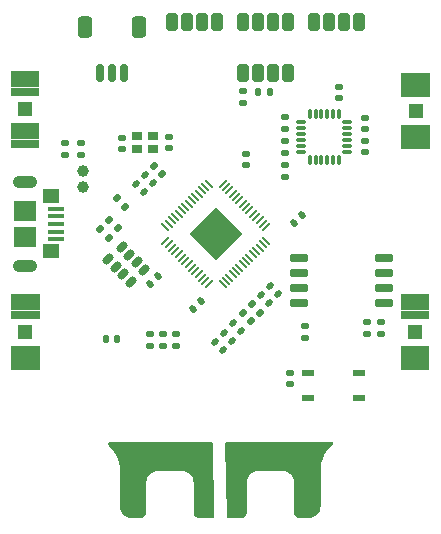
<source format=gbr>
%TF.GenerationSoftware,KiCad,Pcbnew,6.0.11-2627ca5db0~126~ubuntu22.04.1*%
%TF.CreationDate,2023-03-08T23:59:17+01:00*%
%TF.ProjectId,asac-fc-rev-a,61736163-2d66-4632-9d72-65762d612e6b,A*%
%TF.SameCoordinates,Original*%
%TF.FileFunction,Soldermask,Top*%
%TF.FilePolarity,Negative*%
%FSLAX46Y46*%
G04 Gerber Fmt 4.6, Leading zero omitted, Abs format (unit mm)*
G04 Created by KiCad (PCBNEW 6.0.11-2627ca5db0~126~ubuntu22.04.1) date 2023-03-08 23:59:17*
%MOMM*%
%LPD*%
G01*
G04 APERTURE LIST*
G04 Aperture macros list*
%AMRoundRect*
0 Rectangle with rounded corners*
0 $1 Rounding radius*
0 $2 $3 $4 $5 $6 $7 $8 $9 X,Y pos of 4 corners*
0 Add a 4 corners polygon primitive as box body*
4,1,4,$2,$3,$4,$5,$6,$7,$8,$9,$2,$3,0*
0 Add four circle primitives for the rounded corners*
1,1,$1+$1,$2,$3*
1,1,$1+$1,$4,$5*
1,1,$1+$1,$6,$7*
1,1,$1+$1,$8,$9*
0 Add four rect primitives between the rounded corners*
20,1,$1+$1,$2,$3,$4,$5,0*
20,1,$1+$1,$4,$5,$6,$7,0*
20,1,$1+$1,$6,$7,$8,$9,0*
20,1,$1+$1,$8,$9,$2,$3,0*%
%AMRotRect*
0 Rectangle, with rotation*
0 The origin of the aperture is its center*
0 $1 length*
0 $2 width*
0 $3 Rotation angle, in degrees counterclockwise*
0 Add horizontal line*
21,1,$1,$2,0,0,$3*%
G04 Aperture macros list end*
%ADD10RoundRect,0.147500X-0.172500X0.147500X-0.172500X-0.147500X0.172500X-0.147500X0.172500X0.147500X0*%
%ADD11RoundRect,0.147500X-0.147500X-0.172500X0.147500X-0.172500X0.147500X0.172500X-0.147500X0.172500X0*%
%ADD12R,1.400000X0.400000*%
%ADD13R,1.900000X1.750000*%
%ADD14O,2.100000X1.050000*%
%ADD15R,1.450000X1.150000*%
%ADD16C,1.000000*%
%ADD17RoundRect,0.135000X0.185000X-0.135000X0.185000X0.135000X-0.185000X0.135000X-0.185000X-0.135000X0*%
%ADD18RoundRect,0.135000X0.135000X0.185000X-0.135000X0.185000X-0.135000X-0.185000X0.135000X-0.185000X0*%
%ADD19RoundRect,0.250000X0.350000X0.650000X-0.350000X0.650000X-0.350000X-0.650000X0.350000X-0.650000X0*%
%ADD20RoundRect,0.150000X0.150000X0.625000X-0.150000X0.625000X-0.150000X-0.625000X0.150000X-0.625000X0*%
%ADD21RoundRect,0.150000X0.650000X0.150000X-0.650000X0.150000X-0.650000X-0.150000X0.650000X-0.150000X0*%
%ADD22RoundRect,0.140000X0.170000X-0.140000X0.170000X0.140000X-0.170000X0.140000X-0.170000X-0.140000X0*%
%ADD23RoundRect,0.140000X-0.021213X0.219203X-0.219203X0.021213X0.021213X-0.219203X0.219203X-0.021213X0*%
%ADD24RoundRect,0.075000X0.075000X-0.350000X0.075000X0.350000X-0.075000X0.350000X-0.075000X-0.350000X0*%
%ADD25RoundRect,0.075000X0.350000X0.075000X-0.350000X0.075000X-0.350000X-0.075000X0.350000X-0.075000X0*%
%ADD26R,0.850000X0.700000*%
%ADD27R,1.270000X1.270000*%
%ADD28RoundRect,0.140000X-0.219203X-0.021213X-0.021213X-0.219203X0.219203X0.021213X0.021213X0.219203X0*%
%ADD29RoundRect,0.135000X-0.226274X-0.035355X-0.035355X-0.226274X0.226274X0.035355X0.035355X0.226274X0*%
%ADD30RoundRect,0.140000X0.219203X0.021213X0.021213X0.219203X-0.219203X-0.021213X-0.021213X-0.219203X0*%
%ADD31RoundRect,0.250000X0.250000X-0.500000X0.250000X0.500000X-0.250000X0.500000X-0.250000X-0.500000X0*%
%ADD32R,1.117600X0.609600*%
%ADD33RoundRect,0.135000X-0.185000X0.135000X-0.185000X-0.135000X0.185000X-0.135000X0.185000X0.135000X0*%
%ADD34RoundRect,0.135000X0.226274X0.035355X0.035355X0.226274X-0.226274X-0.035355X-0.035355X-0.226274X0*%
%ADD35R,0.900000X0.800000*%
%ADD36RotRect,3.200000X3.200000X225.000000*%
%ADD37RoundRect,0.050000X-0.238649X0.309359X-0.309359X0.238649X0.238649X-0.309359X0.309359X-0.238649X0*%
%ADD38RoundRect,0.050000X0.238649X0.309359X-0.309359X-0.238649X-0.238649X-0.309359X0.309359X0.238649X0*%
%ADD39RoundRect,0.175000X-0.106066X-0.353553X0.353553X0.106066X0.106066X0.353553X-0.353553X-0.106066X0*%
%ADD40RoundRect,0.140000X-0.170000X0.140000X-0.170000X-0.140000X0.170000X-0.140000X0.170000X0.140000X0*%
%ADD41RoundRect,0.140000X0.021213X-0.219203X0.219203X-0.021213X-0.021213X0.219203X-0.219203X0.021213X0*%
G04 APERTURE END LIST*
D10*
%TO.C,D3*%
X110960000Y-111805000D03*
X110960000Y-110835000D03*
%TD*%
D11*
%TO.C,D2*%
X115365000Y-127460000D03*
X114395000Y-127460000D03*
%TD*%
D10*
%TO.C,D1*%
X112300000Y-111805000D03*
X112300000Y-110835000D03*
%TD*%
D12*
%TO.C,J3*%
X110187500Y-118975000D03*
X110187500Y-118325000D03*
X110187500Y-117675000D03*
X110187500Y-117025000D03*
X110187500Y-116375000D03*
D13*
X107537500Y-116550000D03*
D14*
X107537500Y-121250000D03*
D15*
X109767500Y-119995000D03*
D14*
X107537500Y-114100000D03*
D13*
X107537500Y-118800000D03*
D15*
X109767500Y-115355000D03*
%TD*%
D16*
%TO.C,J7*%
X112482000Y-113230000D03*
X112482000Y-114530000D03*
%TD*%
D17*
%TO.C,R16*%
X126000000Y-107450000D03*
X126000000Y-106430000D03*
%TD*%
D18*
%TO.C,R15*%
X128290000Y-106490000D03*
X127270000Y-106490000D03*
%TD*%
D19*
%TO.C,J14*%
X117200000Y-101025000D03*
X112600000Y-101025000D03*
D20*
X113900000Y-104900000D03*
X114900000Y-104900000D03*
X115900000Y-104900000D03*
%TD*%
D21*
%TO.C,U3*%
X137950000Y-124405000D03*
X137950000Y-123135000D03*
X137950000Y-121865000D03*
X137950000Y-120595000D03*
X130750000Y-120595000D03*
X130750000Y-121865000D03*
X130750000Y-123135000D03*
X130750000Y-124405000D03*
%TD*%
D22*
%TO.C,C2*%
X115730000Y-111330000D03*
X115730000Y-110370000D03*
%TD*%
D23*
%TO.C,C13*%
X122479411Y-124190589D03*
X121800589Y-124869411D03*
%TD*%
D24*
%TO.C,U1*%
X131650000Y-112275000D03*
X132150000Y-112275000D03*
X132650000Y-112275000D03*
X133150000Y-112275000D03*
X133650000Y-112275000D03*
X134150000Y-112275000D03*
D25*
X134850000Y-111575000D03*
X134850000Y-111075000D03*
X134850000Y-110575000D03*
X134850000Y-110075000D03*
X134850000Y-109575000D03*
X134850000Y-109075000D03*
D24*
X134150000Y-108375000D03*
X133650000Y-108375000D03*
X133150000Y-108375000D03*
X132650000Y-108375000D03*
X132150000Y-108375000D03*
X131650000Y-108375000D03*
D25*
X130950000Y-109075000D03*
X130950000Y-109575000D03*
X130950000Y-110075000D03*
X130950000Y-110575000D03*
X130950000Y-111075000D03*
X130950000Y-111575000D03*
%TD*%
D22*
%TO.C,C5*%
X136300000Y-109655000D03*
X136300000Y-108695000D03*
%TD*%
D26*
%TO.C,J4*%
X141375000Y-125350000D03*
X139775000Y-125350000D03*
X141375000Y-124650000D03*
X140575000Y-124650000D03*
X139775000Y-124650000D03*
X140575000Y-125350000D03*
X141375000Y-123950000D03*
X140575000Y-123950000D03*
X139775000Y-123950000D03*
D27*
X140575000Y-126850000D03*
D26*
X139775000Y-128350000D03*
X140575000Y-129750000D03*
X140575000Y-128350000D03*
X140575000Y-129050000D03*
X141375000Y-129750000D03*
X141375000Y-128350000D03*
X139775000Y-129050000D03*
X139775000Y-129750000D03*
X141375000Y-129050000D03*
%TD*%
D28*
%TO.C,C18*%
X128310589Y-122900589D03*
X128989411Y-123579411D03*
%TD*%
D26*
%TO.C,J9*%
X106749600Y-109477800D03*
X108349600Y-109477800D03*
X106749600Y-110177800D03*
X107549600Y-110177800D03*
X108349600Y-110177800D03*
X107549600Y-109477800D03*
X106749600Y-110877800D03*
X107549600Y-110877800D03*
X108349600Y-110877800D03*
D27*
X107549600Y-107977800D03*
D26*
X108349600Y-106477800D03*
X107549600Y-105077800D03*
X107549600Y-106477800D03*
X107549600Y-105777800D03*
X106749600Y-105077800D03*
X106749600Y-106477800D03*
X108349600Y-105777800D03*
X108349600Y-105077800D03*
X106749600Y-105777800D03*
%TD*%
D17*
%TO.C,R8*%
X118140000Y-128030000D03*
X118140000Y-127010000D03*
%TD*%
D29*
%TO.C,R9*%
X114630000Y-118850000D03*
X113908752Y-118128752D03*
%TD*%
D28*
%TO.C,C14*%
X123670589Y-127680589D03*
X124349411Y-128359411D03*
%TD*%
D30*
%TO.C,C12*%
X118369411Y-114179411D03*
X117690589Y-113500589D03*
%TD*%
%TO.C,C16*%
X117639411Y-114969411D03*
X116960589Y-114290589D03*
%TD*%
D31*
%TO.C,J10*%
X126000000Y-100550000D03*
X127270000Y-100550000D03*
X128540000Y-100550000D03*
X129810000Y-100550000D03*
%TD*%
D32*
%TO.C,SW1*%
X135872100Y-130275001D03*
X135872100Y-132424999D03*
X131477900Y-132424999D03*
X131477900Y-130275001D03*
%TD*%
D33*
%TO.C,R6*%
X129600000Y-111685000D03*
X129600000Y-110665000D03*
%TD*%
D29*
%TO.C,R1*%
X118459376Y-112759376D03*
X119180624Y-113480624D03*
%TD*%
D22*
%TO.C,C6*%
X129600000Y-109605000D03*
X129600000Y-108645000D03*
%TD*%
D28*
%TO.C,C7*%
X124420589Y-126880589D03*
X125099411Y-127559411D03*
%TD*%
D29*
%TO.C,R4*%
X115309376Y-115499376D03*
X116030624Y-116220624D03*
%TD*%
D17*
%TO.C,R5*%
X129570000Y-113730000D03*
X129570000Y-112710000D03*
%TD*%
D23*
%TO.C,C9*%
X118799411Y-122100589D03*
X118120589Y-122779411D03*
%TD*%
D26*
%TO.C,J1*%
X139850000Y-105925000D03*
X141450000Y-105225000D03*
X141450000Y-105925000D03*
X139850000Y-106625000D03*
X139850000Y-105225000D03*
X140650000Y-105925000D03*
X140650000Y-106625000D03*
X140650000Y-105225000D03*
X141450000Y-106625000D03*
D27*
X140650000Y-108125000D03*
D26*
X141450000Y-111025000D03*
X140650000Y-111025000D03*
X139850000Y-111025000D03*
X140650000Y-109625000D03*
X141450000Y-110325000D03*
X140650000Y-110325000D03*
X139850000Y-110325000D03*
X141450000Y-109625000D03*
X139850000Y-109625000D03*
%TD*%
D34*
%TO.C,R3*%
X126710624Y-125920624D03*
X125989376Y-125199376D03*
%TD*%
D31*
%TO.C,J15*%
X126000000Y-104880000D03*
X127270000Y-104880000D03*
X128540000Y-104880000D03*
X129810000Y-104880000D03*
%TD*%
D17*
%TO.C,R12*%
X137730000Y-126980000D03*
X137730000Y-125960000D03*
%TD*%
D33*
%TO.C,R13*%
X136480000Y-125980000D03*
X136480000Y-127000000D03*
%TD*%
D35*
%TO.C,Y1*%
X118420000Y-111330000D03*
X117020000Y-111330000D03*
X117020000Y-110230000D03*
X118420000Y-110230000D03*
%TD*%
D36*
%TO.C,U2*%
X123703207Y-118526736D03*
D37*
X127972364Y-119118938D03*
X127689521Y-119401781D03*
X127406679Y-119684623D03*
X127123836Y-119967466D03*
X126840993Y-120250309D03*
X126558151Y-120533151D03*
X126275308Y-120815994D03*
X125992465Y-121098837D03*
X125709622Y-121381680D03*
X125426780Y-121664522D03*
X125143937Y-121947365D03*
X124861094Y-122230208D03*
X124578252Y-122513050D03*
X124295409Y-122795893D03*
D38*
X123111005Y-122795893D03*
X122828162Y-122513050D03*
X122545320Y-122230208D03*
X122262477Y-121947365D03*
X121979634Y-121664522D03*
X121696792Y-121381680D03*
X121413949Y-121098837D03*
X121131106Y-120815994D03*
X120848263Y-120533151D03*
X120565421Y-120250309D03*
X120282578Y-119967466D03*
X119999735Y-119684623D03*
X119716893Y-119401781D03*
X119434050Y-119118938D03*
D37*
X119434050Y-117934534D03*
X119716893Y-117651691D03*
X119999735Y-117368849D03*
X120282578Y-117086006D03*
X120565421Y-116803163D03*
X120848263Y-116520321D03*
X121131106Y-116237478D03*
X121413949Y-115954635D03*
X121696792Y-115671792D03*
X121979634Y-115388950D03*
X122262477Y-115106107D03*
X122545320Y-114823264D03*
X122828162Y-114540422D03*
X123111005Y-114257579D03*
D38*
X124295409Y-114257579D03*
X124578252Y-114540422D03*
X124861094Y-114823264D03*
X125143937Y-115106107D03*
X125426780Y-115388950D03*
X125709622Y-115671792D03*
X125992465Y-115954635D03*
X126275308Y-116237478D03*
X126558151Y-116520321D03*
X126840993Y-116803163D03*
X127123836Y-117086006D03*
X127406679Y-117368849D03*
X127689521Y-117651691D03*
X127972364Y-117934534D03*
%TD*%
D28*
%TO.C,C15*%
X125200589Y-126060589D03*
X125879411Y-126739411D03*
%TD*%
D39*
%TO.C,J2*%
X114602208Y-120677208D03*
X115238604Y-121313604D03*
X115875000Y-121950000D03*
X116511396Y-122586396D03*
%TD*%
D17*
%TO.C,R10*%
X120300000Y-128030000D03*
X120300000Y-127010000D03*
%TD*%
D31*
%TO.C,J8*%
X132000000Y-100550000D03*
X133270000Y-100550000D03*
X134540000Y-100550000D03*
X135810000Y-100550000D03*
%TD*%
D34*
%TO.C,R2*%
X127470624Y-125180624D03*
X126749376Y-124459376D03*
%TD*%
D22*
%TO.C,C4*%
X134150000Y-107055000D03*
X134150000Y-106095000D03*
%TD*%
D33*
%TO.C,R11*%
X119220000Y-127010000D03*
X119220000Y-128030000D03*
%TD*%
D22*
%TO.C,C11*%
X126260000Y-112730000D03*
X126260000Y-111770000D03*
%TD*%
D28*
%TO.C,C8*%
X127530589Y-123660589D03*
X128209411Y-124339411D03*
%TD*%
D26*
%TO.C,J6*%
X108374600Y-125350000D03*
X106774600Y-125350000D03*
X108374600Y-124650000D03*
X107574600Y-124650000D03*
X106774600Y-124650000D03*
X107574600Y-125350000D03*
X108374600Y-123950000D03*
X107574600Y-123950000D03*
X106774600Y-123950000D03*
D27*
X107574600Y-126850000D03*
D26*
X106774600Y-128350000D03*
X107574600Y-129750000D03*
X107574600Y-128350000D03*
X107574600Y-129050000D03*
X108374600Y-129750000D03*
X108374600Y-128350000D03*
X106774600Y-129050000D03*
X106774600Y-129750000D03*
X108374600Y-129050000D03*
%TD*%
D40*
%TO.C,C1*%
X119710000Y-111290000D03*
X119710000Y-110330000D03*
%TD*%
D31*
%TO.C,J5*%
X119995000Y-100550000D03*
X121265000Y-100550000D03*
X122535000Y-100550000D03*
X123805000Y-100550000D03*
%TD*%
D40*
%TO.C,C17*%
X131240000Y-126360000D03*
X131240000Y-127320000D03*
%TD*%
D29*
%TO.C,R7*%
X114679376Y-117309376D03*
X115400624Y-118030624D03*
%TD*%
D41*
%TO.C,C10*%
X130300589Y-117579411D03*
X130979411Y-116900589D03*
%TD*%
D39*
%TO.C,J12*%
X115738604Y-119638604D03*
X116375000Y-120275000D03*
X117011396Y-120911396D03*
X117647792Y-121547792D03*
%TD*%
D22*
%TO.C,C3*%
X136300000Y-111630000D03*
X136300000Y-110670000D03*
%TD*%
D40*
%TO.C,C19*%
X130000000Y-130270000D03*
X130000000Y-131230000D03*
%TD*%
G36*
X123452837Y-136190002D02*
G01*
X123499330Y-136243658D01*
X123510714Y-136295282D01*
X123545774Y-142448282D01*
X123526160Y-142516516D01*
X123472771Y-142563314D01*
X123419776Y-142575000D01*
X122333258Y-142575000D01*
X122316812Y-142573922D01*
X122212037Y-142560128D01*
X122180265Y-142551615D01*
X122090326Y-142514361D01*
X122061840Y-142497914D01*
X121984607Y-142438651D01*
X121961349Y-142415393D01*
X121902086Y-142338160D01*
X121885639Y-142309674D01*
X121848385Y-142219735D01*
X121839872Y-142187963D01*
X121826078Y-142083188D01*
X121825000Y-142066742D01*
X121825000Y-139578092D01*
X121824697Y-139571920D01*
X121806392Y-139386076D01*
X121803988Y-139373984D01*
X121750675Y-139198235D01*
X121745964Y-139186862D01*
X121659390Y-139024893D01*
X121652539Y-139014640D01*
X121536034Y-138872678D01*
X121527322Y-138863966D01*
X121385360Y-138747461D01*
X121375107Y-138740610D01*
X121213138Y-138654036D01*
X121201765Y-138649325D01*
X121026016Y-138596012D01*
X121013924Y-138593608D01*
X120828080Y-138575303D01*
X120821908Y-138575000D01*
X118828092Y-138575000D01*
X118821920Y-138575303D01*
X118636076Y-138593608D01*
X118623984Y-138596012D01*
X118448235Y-138649325D01*
X118436862Y-138654036D01*
X118274893Y-138740610D01*
X118264640Y-138747461D01*
X118122678Y-138863966D01*
X118113966Y-138872678D01*
X117997461Y-139014640D01*
X117990610Y-139024893D01*
X117904036Y-139186862D01*
X117899325Y-139198235D01*
X117846012Y-139373984D01*
X117843608Y-139386076D01*
X117825303Y-139571920D01*
X117825000Y-139578092D01*
X117825000Y-142066742D01*
X117823922Y-142083188D01*
X117810128Y-142187963D01*
X117801615Y-142219735D01*
X117764361Y-142309674D01*
X117747914Y-142338160D01*
X117688651Y-142415393D01*
X117665393Y-142438651D01*
X117588160Y-142497914D01*
X117559674Y-142514361D01*
X117469735Y-142551615D01*
X117437963Y-142560128D01*
X117333188Y-142573922D01*
X117316742Y-142575000D01*
X116581187Y-142575000D01*
X116568837Y-142574393D01*
X116392263Y-142557002D01*
X116368037Y-142552184D01*
X116204191Y-142502482D01*
X116181371Y-142493029D01*
X116030372Y-142412319D01*
X116009834Y-142398596D01*
X115877485Y-142289980D01*
X115860020Y-142272515D01*
X115751404Y-142140166D01*
X115737681Y-142119628D01*
X115656971Y-141968629D01*
X115647518Y-141945809D01*
X115597816Y-141781963D01*
X115592998Y-141757737D01*
X115575607Y-141581163D01*
X115575000Y-141568813D01*
X115575000Y-138576782D01*
X115574900Y-138573225D01*
X115556335Y-138242636D01*
X115555545Y-138235623D01*
X115500375Y-137910916D01*
X115498807Y-137904047D01*
X115407629Y-137587561D01*
X115405296Y-137580894D01*
X115279261Y-137276617D01*
X115276196Y-137270253D01*
X115116880Y-136981993D01*
X115113128Y-136976022D01*
X114922543Y-136707419D01*
X114918137Y-136701894D01*
X114698665Y-136456304D01*
X114693697Y-136451336D01*
X114625007Y-136389951D01*
X114587542Y-136329645D01*
X114588628Y-136258656D01*
X114627921Y-136199524D01*
X114692945Y-136171023D01*
X114708967Y-136170000D01*
X123384716Y-136170000D01*
X123452837Y-136190002D01*
G37*
G36*
X133583096Y-136123628D02*
G01*
X133629686Y-136177200D01*
X133639917Y-136247455D01*
X133610540Y-136312089D01*
X133599127Y-136323700D01*
X133456304Y-136451335D01*
X133451335Y-136456304D01*
X133231863Y-136701894D01*
X133227457Y-136707419D01*
X133036872Y-136976022D01*
X133033120Y-136981993D01*
X132873804Y-137270253D01*
X132870739Y-137276617D01*
X132744704Y-137580894D01*
X132742371Y-137587561D01*
X132651193Y-137904047D01*
X132649625Y-137910916D01*
X132594455Y-138235623D01*
X132593665Y-138242636D01*
X132575100Y-138573225D01*
X132575000Y-138576782D01*
X132575000Y-141568813D01*
X132574393Y-141581163D01*
X132557002Y-141757737D01*
X132552184Y-141781963D01*
X132502482Y-141945809D01*
X132493029Y-141968629D01*
X132412319Y-142119628D01*
X132398596Y-142140166D01*
X132289980Y-142272515D01*
X132272515Y-142289980D01*
X132140166Y-142398596D01*
X132119628Y-142412319D01*
X131968629Y-142493029D01*
X131945809Y-142502482D01*
X131781963Y-142552184D01*
X131757737Y-142557002D01*
X131581163Y-142574393D01*
X131568813Y-142575000D01*
X130833258Y-142575000D01*
X130816812Y-142573922D01*
X130712037Y-142560128D01*
X130680265Y-142551615D01*
X130590326Y-142514361D01*
X130561840Y-142497914D01*
X130484607Y-142438651D01*
X130461349Y-142415393D01*
X130402086Y-142338160D01*
X130385639Y-142309674D01*
X130348385Y-142219735D01*
X130339872Y-142187963D01*
X130326078Y-142083188D01*
X130325000Y-142066742D01*
X130325000Y-139578092D01*
X130324697Y-139571920D01*
X130306392Y-139386076D01*
X130303988Y-139373984D01*
X130250675Y-139198235D01*
X130245964Y-139186862D01*
X130159390Y-139024893D01*
X130152539Y-139014640D01*
X130036034Y-138872678D01*
X130027322Y-138863966D01*
X129885360Y-138747461D01*
X129875107Y-138740610D01*
X129713138Y-138654036D01*
X129701765Y-138649325D01*
X129526016Y-138596012D01*
X129513924Y-138593608D01*
X129328080Y-138575303D01*
X129321908Y-138575000D01*
X127328092Y-138575000D01*
X127321920Y-138575303D01*
X127136076Y-138593608D01*
X127123984Y-138596012D01*
X126948235Y-138649325D01*
X126936862Y-138654036D01*
X126774893Y-138740610D01*
X126764640Y-138747461D01*
X126622678Y-138863966D01*
X126613966Y-138872678D01*
X126497461Y-139014640D01*
X126490610Y-139024893D01*
X126404036Y-139186862D01*
X126399325Y-139198235D01*
X126346012Y-139373984D01*
X126343608Y-139386076D01*
X126325303Y-139571920D01*
X126325000Y-139578092D01*
X126325000Y-142066742D01*
X126323922Y-142083188D01*
X126310128Y-142187963D01*
X126301615Y-142219735D01*
X126264361Y-142309674D01*
X126247914Y-142338160D01*
X126188651Y-142415393D01*
X126165393Y-142438651D01*
X126088160Y-142497914D01*
X126059674Y-142514361D01*
X125969735Y-142551615D01*
X125937963Y-142560128D01*
X125833188Y-142573922D01*
X125816742Y-142575000D01*
X124743932Y-142575000D01*
X124675811Y-142554998D01*
X124629318Y-142501342D01*
X124617947Y-142450949D01*
X124521976Y-136247718D01*
X124540922Y-136179296D01*
X124593852Y-136131979D01*
X124647733Y-136119769D01*
X133514939Y-136103749D01*
X133583096Y-136123628D01*
G37*
M02*

</source>
